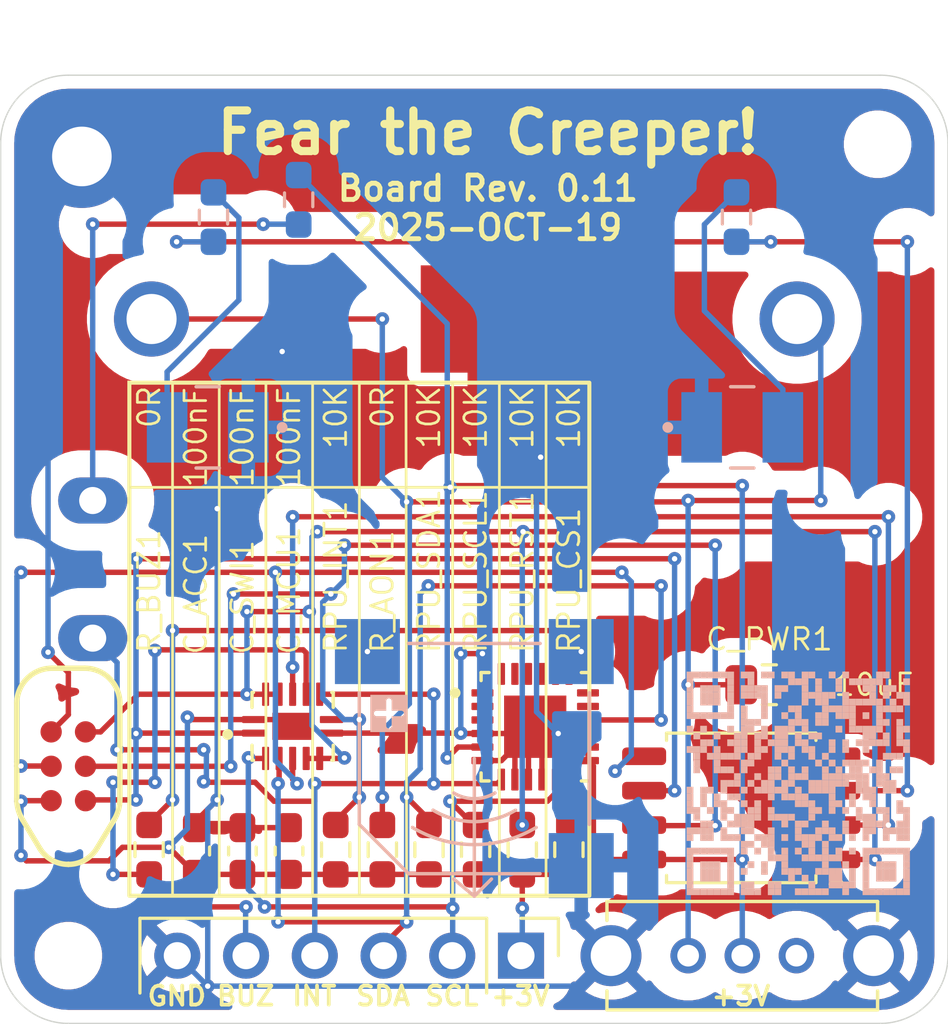
<source format=kicad_pcb>
(kicad_pcb (version 20241229) (generator "pcbnew") (generator_version "9.0")
  (title_block (comment 4 "AISLER Project ID: FABOKNFR"))
  (layers (0 "F.Cu" signal) (2 "B.Cu" signal) (5 "F.SilkS" user "F.Silkscreen") (7 "B.SilkS" user "B.Silkscreen") (1 "F.Mask" user) (3 "B.Mask" user) (25 "Edge.Cuts" user))
  (net 0 "")
  (net 1 "GND")
  (net 2 "/+3V")
  (net 3 "Net-(BT1-+)")
  (net 4 "Net-(D1-A)")
  (net 5 "Net-(D2-A)")
  (net 6 "/INT")
  (net 7 "/SDA_MCU")
  (net 8 "/SCL_MCU")
  (net 9 "/INT_MCU")
  (net 10 "/SCL1")
  (net 11 "/SDA1")
  (net 12 "Net-(U2-CS)")
  (net 14 "/BUZ")
  (net 15 "/LED_MCU")
  (net 16 "/~RESET")
  (net 17 "Net-(BZ1-Pad1)")
  (net 19 "/BUZ_MCU")
  (net 20 "Net-(RPU_SVS1-Pad1)")
  (footprint "creeper:R_0603_1608Metric_Pad0.98x0.95mm_HandSolder" (layer "F.Cu") (at 115.825 78.5875 90)
    (property "Reference" "RPU_SDA1")
    (property "Value" "10K")
  )
  (footprint "creeper:C_0603_1608Metric_Pad1.08x0.95mm_HandSolder" (layer "F.Cu") (at 108.931667 78.6375 90)
    (property "Reference" "C_SWI1")
    (property "Value" "100nF")
  )
  (footprint "creeper:BAT_3005" (layer "F.Cu") (at 117.5 59 180)
    (property "Reference" "BT1" (hide yes))
    (property "Value" "3005" (hide yes))
  )
  (footprint "creeper:SW_EG1213" (layer "F.Cu") (at 127.4 82.5 180)
    (property "Reference" "SW1" (hide yes))
    (property "Value" "EG1213" (hide yes))
  )
  (footprint "creeper:IIS328DQTR_QFN50P400X400X185-25N" (layer "F.Cu") (at 119.75 74.05)
    (property "Reference" "U2" (hide yes))
    (property "Value" "IIS328DQTR" (hide yes))
  )
  (footprint "creeper:R_0603_1608Metric_Pad0.98x0.95mm_HandSolder" (layer "F.Cu") (at 105.485 78.5875 90)
    (property "Reference" "R_BUZ1")
    (property "Value" "0R")
  )
  (footprint "creeper:R_0603_1608Metric_Pad0.98x0.95mm_HandSolder" (layer "F.Cu") (at 114.101667 78.5875 90)
    (property "Reference" "R_AON1")
    (property "Value" "0R")
  )
  (footprint "PCM_marbastlib-various:CON_TC2030_outlined" (layer "F.Cu") (at 102.5 75.51 90)
    (property "Reference" "J1" (hide yes))
    (property "Value" "TC2030_AVR" (hide yes))
  )
  (footprint "creeper:C_0805_2012Metric_Pad1.18x1.45mm_HandSolder" (layer "F.Cu") (at 128.4 72.5)
    (property "Reference" "C_PWR1")
    (property "Value" "10uF")
  )
  (footprint "creeper:R_0603_1608Metric_Pad0.98x0.95mm_HandSolder" (layer "F.Cu") (at 112.378333 78.5875 -90)
    (property "Reference" "RPU_INT1")
    (property "Value" "10K")
  )
  (footprint "creeper:SOIC-8_5.3x5.3mm_P1.27mm" (layer "F.Cu") (at 127.3625 77.045 180)
    (property "Reference" "U1" (hide yes))
    (property "Value" "ATtiny85V-10SU" (hide yes))
  )
  (footprint "creeper:QFN50P300X250X100-15N" (layer "F.Cu") (at 110.7875 74.035 90)
    (property "Reference" "U3" (hide yes))
    (property "Value" "~" (hide yes))
  )
  (footprint "creeper:PinHeader_1x06_P2.54mm_Vertical" (layer "F.Cu") (at 119.225 82.5 -90)
    (property "Reference" "J2" (hide yes))
    (property "Value" "Conn_01x06_Pin" (hide yes))
  )
  (footprint "creeper:R_0603_1608Metric_Pad0.98x0.95mm_HandSolder" (layer "F.Cu") (at 117.548333 78.5875 90)
    (property "Reference" "RPU_SCL1")
    (property "Value" "10K")
  )
  (footprint "creeper:C_0603_1608Metric_Pad1.08x0.95mm_HandSolder" (layer "F.Cu") (at 110.655 78.6375 90)
    (property "Reference" "C_MCU1")
    (property "Value" "100nF")
  )
  (footprint "MountingHole:MountingHole_2.2mm_M2_DIN965" (layer "F.Cu") (at 102.5 82.5)
    (property "Reference" "REF**1" (hide yes))
    (property "Value" "MountingHole_2.2mm_M2_DIN965" (hide yes))
  )
  (footprint "MountingHole:MountingHole_2.2mm_M2_DIN965" (layer "F.Cu") (at 132.4 52.55)
    (property "Reference" "REF**2" (hide yes))
    (property "Value" "MountingHole_2.2mm_M2_DIN965" (hide yes))
  )
  (footprint "creeper:R_0603_1608Metric_Pad0.98x0.95mm_HandSolder" (layer "F.Cu") (at 120.995 78.5875 -90)
    (property "Reference" "RPU_CS1")
    (property "Value" "10K")
  )
  (footprint "creeper:R_0603_1608Metric_Pad0.98x0.95mm_HandSolder" (layer "F.Cu") (at 119.271667 78.5875 90)
    (property "Reference" "RPU_RST1")
    (property "Value" "10K")
  )
  (footprint "creeper:C_0603_1608Metric_Pad1.08x0.95mm_HandSolder" (layer "F.Cu") (at 107.208333 78.6375 90)
    (property "Reference" "C_ACC1")
    (property "Value" "100nF")
  )
  (footprint "MountingHole:MountingHole_2.2mm_M2_DIN965_Pad_TopBottom" (layer "F.Cu") (at 103 53 180)
    (property "Reference" "REF**" (hide yes))
    (property "Value" "MountingHole_2.2mm_M2_DIN965_Pad_TopBottom" (hide yes))
  )
  (footprint "creeper:R_0603_1608Metric_Pad0.98x0.95mm_HandSolder" (layer "B.Cu") (at 127.1875 55.2375 -90)
    (property "Reference" "R_LED1" (hide yes))
    (property "Value" "100R" (hide yes))
  )
  (footprint "creeper:github_jkorinth-fear_the_creeper" (layer "B.Cu") (at 129.47 76.14)
    (property "Reference" "QR*****" (hide yes))
    (property "Value" "https://github.com/jkorinth/fear_the_creeper" (hide yes))
  )
  (footprint "creeper:SW_180xxP_Spring_Vibration_Sensor" (layer "B.Cu") (at 103.4 68.24)
    (property "Reference" "SVS1" (hide yes))
    (property "Value" "SW_Push" (hide yes))
  )
  (footprint "creeper:R_0603_1608Metric_Pad0.98x0.95mm_HandSolder" (layer "B.Cu") (at 111.01 54.6 90)
    (property "Reference" "RPU_SVS1" (hide yes))
    (property "Value" "10K" (hide yes))
  )
  (footprint "creeper:R_0603_1608Metric_Pad0.98x0.95mm_HandSolder" (layer "B.Cu") (at 107.8625 55.2375 -90)
    (property "Reference" "R_LED2" (hide yes))
    (property "Value" "100R" (hide yes))
  )
  (footprint "creeper:LED_LG_T671-L2N1-1-Z" (layer "B.Cu") (at 127.4 63)
    (property "Reference" "D1" (hide yes))
    (property "Value" "LED" (hide yes))
  )
  (footprint "creeper:XDCR_SMT-0825-S-2-R" (layer "B.Cu") (at 117.5 75.225 -90)
    (property "Reference" "BZ1" (hide yes))
    (property "Value" "~" (hide yes))
  )
  (footprint "creeper:LED_LG_T671-L2N1-1-Z" (layer "B.Cu") (at 107.65 63 180)
    (property "Reference" "D2" (hide yes))
    (property "Value" "LED" (hide yes))
  )
  (gr_line (start 120.15 80.3) (end 120.15 61.35) (stroke (width 0.1)) (layer "F.SilkS"))
  (gr_line (start 111.525 80.3) (end 111.525 61.35) (stroke (width 0.1)) (layer "F.SilkS"))
  (gr_line (start 109.8 80.3) (end 109.8 61.35) (stroke (width 0.1)) (layer "F.SilkS"))
  (gr_line (start 106.35 80.3) (end 106.35 61.35) (stroke (width 0.1)) (layer "F.SilkS"))
  (gr_line (start 115 80.3) (end 114.975 61.35) (stroke (width 0.1)) (layer "F.SilkS"))
  (gr_line (start 118.425 80.3) (end 118.425 61.35) (stroke (width 0.1)) (layer "F.SilkS"))
  (gr_line (start 116.7 80.3) (end 116.7 61.35) (stroke (width 0.1)) (layer "F.SilkS"))
  (gr_line (start 113.2525 80.3) (end 113.2525 61.35) (stroke (width 0.1)) (layer "F.SilkS"))
  (gr_line (start 104.75 65.2125) (end 121.75 65.2125) (stroke (width 0.1)) (layer "F.SilkS"))
  (gr_rect (start 104.755 61.35) (end 121.75 80.2875) (stroke (width 0.15)) (fill no) (layer "F.SilkS"))
  (gr_line (start 108.075 80.3) (end 108.075 61.35) (stroke (width 0.1)) (layer "F.SilkS"))
  (gr_line (start 100 82.5) (end 100 52.5) (stroke (width 0.05)) (layer "Edge.Cuts"))
  (gr_arc (start 132.5 50) (mid 134.267767 50.732233) (end 135 52.5) (stroke (width 0.05)) (layer "Edge.Cuts"))
  (gr_arc (start 102.5 85) (mid 100.732233 84.267767) (end 100 82.5) (stroke (width 0.05)) (layer "Edge.Cuts"))
  (gr_line (start 102.5 50) (end 132.5 50) (stroke (width 0.05)) (layer "Edge.Cuts"))
  (gr_line (start 132.5 85) (end 102.5 85) (stroke (width 0.05)) (layer "Edge.Cuts"))
  (gr_arc (start 100 52.5) (mid 100.732233 50.732233) (end 102.5 50) (stroke (width 0.05)) (layer "Edge.Cuts"))
  (gr_arc (start 135 82.5) (mid 134.267767 84.267767) (end 132.5 85) (stroke (width 0.05)) (layer "Edge.Cuts"))
  (gr_line (start 135 52.5) (end 135 82.5) (stroke (width 0.05)) (layer "Edge.Cuts"))
  (gr_text "+3V" (at 118.05 84.4 0) (layer "F.SilkS") (effects (font (size 0.7 0.7) (thickness 0.14) (bold yes)) (justify left bottom)))
  (gr_text "SDA" (at 113.053334 84.4 0) (layer "F.SilkS") (effects (font (size 0.7 0.7) (thickness 0.14) (bold yes)) (justify left bottom)))
  (gr_text "INT" (at 110.696668 84.4 0) (layer "F.SilkS") (effects (font (size 0.7 0.7) (thickness 0.14) (bold yes)) (justify left bottom)))
  (gr_text "SCL" (at 115.61 84.4 0) (layer "F.SilkS") (effects (font (size 0.7 0.7) (thickness 0.14) (bold yes)) (justify left bottom)))
  (gr_text "BUZ" (at 107.906667 84.4 0) (layer "F.SilkS") (effects (font (size 0.7 0.7) (thickness 0.14) (bold yes)) (justify left bottom)))
  (gr_text "GND" (at 105.350001 84.4 0) (layer "F.SilkS") (effects (font (size 0.7 0.7) (thickness 0.14) (bold yes)) (justify left bottom)))
  (gr_text "Fear the Creeper!" (at 118 53 0) (layer "F.SilkS") (effects (font (size 1.5 1.5) (thickness 0.3) (bold yes)) (justify bottom)))
  (gr_text "+3V" (at 126.193333 84.4 0) (layer "F.SilkS") (effects (font (size 0.7 0.7) (thickness 0.14) (bold yes)) (justify left bottom)))
  (gr_text_box "Board Rev. 0.11\n2025-OCT-19" (start 111.125 52.65) (end 124.875 56.75) (margins 1.0025 1.0025 1.0025 1.0025) (layer "F.SilkS") (effects (font (size 0.9 0.9) (thickness 0.18) (bold yes)) (justify top)) (border no))
  (segment (start 119 76) (end 119 74.8) (width 0.2) (layer "F.Cu") (net 1))
  (segment (start 117.8 74.3) (end 117.015 74.3) (width 0.2) (layer "F.Cu") (net 1))
  (segment (start 120.6 74.3) (end 120 74.3) (width 0.2) (layer "F.Cu") (net 1))
  (segment (start 119 74.8) (end 119.75 74.05) (width 0.2) (layer "F.Cu") (net 1))
  (segment (start 121.7 74.3) (end 120.6 74.3) (width 0.2) (layer "F.Cu") (net 1))
  (segment (start 117.8 71.35) (end 116.96 71.35) (width 0.2) (layer "F.Cu") (net 1))
  (segment (start 102.5 72.05) (end 101.75 71.3) (width 0.2) (layer "F.Cu") (net 1))
  (segment (start 120 76) (end 120 74.3) (width 0.2) (layer "F.Cu") (net 1))
  (segment (start 118.5 75.3) (end 119.75 74.05) (width 0.2) (layer "F.Cu") (net 1))
  (segment (start 107.208333 77.541667) (end 108 76.75) (width 0.2) (layer "F.Cu") (net 1))
  (segment (start 120 74.3) (end 119.75 74.05) (width 0.2) (layer "F.Cu") (net 1))
  (segment (start 119.5 76) (end 119.5 74.3) (width 0.2) (layer "F.Cu") (net 1))
  (segment (start 107.208333 77.775) (end 108.931667 77.775) (width 0.2) (layer "F.Cu") (net 1))
  (segment (start 117.8 75.3) (end 118.5 75.3) (width 0.2) (layer "F.Cu") (net 1))
  (segment (start 101.865 74.24) (end 102.5 73.605) (width 0.2) (layer "F.Cu") (net 1))
  (segment (start 107.208333 77.775) (end 107.208333 77.541667) (width 0.2) (layer "F.Cu") (net 1))
  (segment (start 117.8 74.3) (end 119.5 74.3) (width 0.2) (layer "F.Cu") (net 1))
  (segment (start 119.5 74.3) (end 119.75 74.05) (width 0.2) (layer "F.Cu") (net 1))
  (segment (start 108.931667 77.775) (end 110.655 77.775) (width 0.2) (layer "F.Cu") (net 1))
  (segment (start 117.015 74.3) (end 117 74.285) (width 0.2) (layer "F.Cu") (net 1))
  (segment (start 102.5 73.605) (end 102.5 72.05) (width 0.2) (layer "F.Cu") (net 1))
  (segment (start 117 74.285) (end 112.2225 74.285) (width 0.2) (layer "F.Cu") (net 1))
  (via (at 101.75 71.3) (size 0.5) (drill 0.2) (layers "F.Cu" "B.Cu") (net 1))
  (via (at 117 71.35) (size 0.5) (drill 0.2) (layers "F.Cu" "B.Cu") (net 1))
  (via (at 108 66) (size 0.5) (drill 0.2) (layers "F.Cu" "B.Cu") (net 1))
  (via (at 120.6 74.3) (size 0.5) (drill 0.2) (layers "F.Cu" "B.Cu") (net 1))
  (via (at 119.95 64.1) (size 0.5) (drill 0.2) (layers "F.Cu" "B.Cu") (net 1))
  (via (at 117 74.285) (size 0.5) (drill 0.2) (layers "F.Cu" "B.Cu") (net 1))
  (via (at 107.65 83.625) (size 0.5) (drill 0.2) (layers "F.Cu" "B.Cu") (net 1))
  (via (at 108 76.75) (size 0.5) (drill 0.2) (layers "F.Cu" "B.Cu") (net 1))
  (via (at 110.4 60.2) (size 0.5) (drill 0.2) (layers "F.Cu" "B.Cu") (net 1))
  (via (at 117.8 71.35) (size 0.5) (drill 0.2) (layers "F.Cu" "B.Cu") (net 1))
  (segment (start 117 71.39) (end 117 74.285) (width 0.2) (layer "B.Cu") (net 1))
  (segment (start 101.75 54.25) (end 103 53) (width 0.2) (layer "B.Cu") (net 1))
  (segment (start 108 76.75) (end 107.65 77.1) (width 0.2) (layer "B.Cu") (net 1))
  (segment (start 101.75 71.3) (end 101.75 54.25) (width 0.2) (layer "B.Cu") (net 1))
  (segment (start 116.96 71.35) (end 117 71.39) (width 0.2) (layer "B.Cu") (net 1))
  (segment (start 120.6 74.3) (end 119.8 73.5) (width 0.2) (layer "B.Cu") (net 1))
  (segment (start 119.8 73.5) (end 119.8 64.25) (width 0.2) (layer "B.Cu") (net 1))
  (segment (start 121.425 83.625) (end 122.55 82.5) (width 0.2) (layer "B.Cu") (net 1))
  (segment (start 108 76.75) (end 108 66) (width 0.2) (layer "B.Cu") (net 1))
  (segment (start 107.65 77.1) (end 107.65 83.625) (width 0.2) (layer "B.Cu") (net 1))
  (segment (start 119.8 64.25) (end 119.95 64.1) (width 0.2) (layer "B.Cu") (net 1))
  (segment (start 107.65 83.625) (end 121.425 83.625) (width 0.2) (layer "B.Cu") (net 1))
  (segment (start 106.525 82.5) (end 107.65 83.625) (width 0.2) (layer "B.Cu") (net 1))
  (segment (start 121.9 75.5) (end 121.9 79.5) (width 0.2) (layer "F.Cu") (net 2))
  (segment (start 109.3525 73.785) (end 106.985 73.785) (width 0.2) (layer "F.Cu") (net 2))
  (segment (start 119.271667 80.728333) (end 119.271667 79.5) (width 0.2) (layer "F.Cu") (net 2))
  (segment (start 122.45 78.95) (end 127.4 78.95) (width 0.2) (layer "F.Cu") (net 2))
  (segment (start 116.9 74.8) (end 117.8 74.8) (width 0.2) (layer "F.Cu") (net 2))
  (segment (start 110.655 79.5) (end 112.378333 79.5) (width 0.2) (layer "F.Cu") (net 2))
  (segment (start 107.208333 79.5) (end 108.931667 79.5) (width 0.2) (layer "F.Cu") (net 2))
  (segment (start 119.271667 79.5) (end 120.995 79.5) (width 0.2) (layer "F.Cu") (net 2))
  (segment (start 116.671543 65.15) (end 116.61 65.211543) (width 0.2) (layer "F.Cu") (net 2))
  (segment (start 100.77 76.78) (end 100.75 76.8) (width 0.2) (layer "F.Cu") (net 2))
  (segment (start 121.7 75.3) (end 121.7 74.8) (width 0.2) (layer "F.Cu") (net 2))
  (segment (start 117.548333 79.5) (end 119.271667 79.5) (width 0.2) (layer "F.Cu") (net 2))
  (segment (start 121.9 79.5) (end 122.45 78.95) (width 0.2) (layer "F.Cu") (net 2))
  (segment (start 109.3525 73.785) (end 110.5375 73.785) (width 0.2) (layer "F.Cu") (net 2))
  (segment (start 112.378333 79.5) (end 114.101667 79.5) (width 0.2) (layer "F.Cu") (net 2))
  (segment (start 104.5 78.5) (end 106.208333 78.5) (width 0.2) (layer "F.Cu") (net 2))
  (segment (start 120.995 79.5) (end 121.9 79.5) (width 0.2) (layer "F.Cu") (net 2))
  (segment (start 121.7 75.3) (end 121.9 75.5) (width 0.2) (layer "F.Cu") (net 2))
  (segment (start 116.5 75.2) (end 116.9 74.8) (width 0.2) (layer "F.Cu") (net 2))
  (segment (start 108.931667 79.5) (end 110.655 79.5) (width 0.2) (layer "F.Cu") (net 2))
  (segment (start 106.985 73.785) (end 106.9 73.7) (width 0.2) (layer "F.Cu") (net 2))
  (segment (start 106.208333 78.5) (end 107.208333 79.5) (width 0.2) (layer "F.Cu") (net 2))
  (segment (start 100.95 79) (end 104 79) (width 0.2) (layer "F.Cu") (net 2))
  (segment (start 115.825 79.5) (end 117.548333 79.5) (width 0.2) (layer "F.Cu") (net 2))
  (segment (start 110.5375 73.785) (end 110.7875 74.035) (width 0.2) (layer "F.Cu") (net 2))
  (segment (start 104 79) (end 104.5 78.5) (width 0.2) (layer "F.Cu") (net 2))
  (segment (start 114.101667 79.5) (end 115.825 79.5) (width 0.2) (layer "F.Cu") (net 2))
  (segment (start 100.75 78.8) (end 100.95 79) (width 0.2) (layer "F.Cu") (net 2))
  (segment (start 101.865 76.78) (end 100.77 76.78) (width 0.2) (layer "F.Cu") (net 2))
  (segment (start 127.4 65.15) (end 116.671543 65.15) (width 0.2) (layer "F.Cu") (net 2))
  (via (at 127.4 65.15) (size 0.5) (drill 0.2) (layers "F.Cu" "B.Cu") (net 2))
  (via (at 127.4 78.95) (size 0.5) (drill 0.2) (layers "F.Cu" "B.Cu") (net 2))
  (via (at 100.75 76.8) (size 0.5) (drill 0.2) (layers "F.Cu" "B.Cu") (net 2))
  (via (at 106.208333 78.5) (size 0.5) (drill 0.2) (layers "F.Cu" "B.Cu") (net 2))
  (via (at 116.5 75.2) (size 0.5) (drill 0.2) (layers "F.Cu" "B.Cu") (net 2))
  (via (at 106.9 73.7) (size 0.5) (drill 0.2) (layers "F.Cu" "B.Cu") (net 2))
  (via (at 100.75 78.8) (size 0.5) (drill 0.2) (layers "F.Cu" "B.Cu") (net 2))
  (via (at 119.271667 80.75) (size 0.5) (drill 0.2) (layers "F.Cu" "B.Cu") (net 2))
  (via (at 116.61 65.211543) (size 0.5) (drill 0.2) (layers "F.Cu" "B.Cu") (net 2))
  (segment (start 106.9 73.7) (end 106.9 77.808333) (width 0.2) (layer "B.Cu") (net 2))
  (segment (start 119.271667 82.453333) (end 119.271667 80.771667) (width 0.2) (layer "B.Cu") (net 2))
  (segment (start 127.4 65.15) (end 127.4 82.5) (width 0.2) (layer "B.Cu") (net 2))
  (segment (start 106.9 77.808333) (end 106.208333 78.5) (width 0.2) (layer "B.Cu") (net 2))
  (segment (start 116.462 65.150326) (end 116.548783 65.150326) (width 0.2) (layer "B.Cu") (net 2))
  (segment (start 100.75 78.75) (end 100.8 78.8) (width 0.2) (layer "B.Cu") (net 2))
  (segment (start 116.548783 65.150326) (end 116.61 65.211543) (width 0.2) (layer "B.Cu") (net 2))
  (segment (start 119.271667 80.771667) (end 119.25 80.75) (width 0.2) (layer "B.Cu") (net 2))
  (segment (start 119.225 82.5) (end 119.271667 82.453333) (width 0.2) (layer "B.Cu") (net 2))
  (segment (start 111.01 53.6875) (end 116.5 59.1775) (width 0.2) (layer "B.Cu") (net 2))
  (segment (start 116.5 59.1775) (end 116.5 75.2) (width 0.2) (layer "B.Cu") (net 2))
  (segment (start 100.75 76.8) (end 100.75 78.75) (width 0.2) (layer "B.Cu") (net 2))
  (segment (start 114.101667 77.675) (end 114.101667 76.651667) (width 0.2) (layer "F.Cu") (net 3))
  (segment (start 105.575 59) (end 114.1 59) (width 0.2) (layer "F.Cu") (net 3))
  (segment (start 125.4 65.7) (end 130.3 65.7) (width 0.2) (layer "F.Cu") (net 3))
  (segment (start 125.4 72.5) (end 127.3625 72.5) (width 0.2) (layer "F.Cu") (net 3))
  (segment (start 114.101667 76.651667) (end 114.1 76.65) (width 0.2) (layer "F.Cu") (net 3))
  (segment (start 125.35 65.75) (end 115 65.75) (width 0.2) (layer "F.Cu") (net 3))
  (segment (start 125.4 65.7) (end 125.35 65.75) (width 0.2) (layer "F.Cu") (net 3))
  (via (at 125.4 72.5) (size 0.5) (drill 0.2) (layers "F.Cu" "B.Cu") (net 3))
  (via (at 114.1 59) (size 0.5) (drill 0.2) (layers "F.Cu" "B.Cu") (net 3))
  (via (at 130.3 65.7) (size 0.5) (drill 0.2) (layers "F.Cu" "B.Cu") (net 3))
  (via (at 115 65.75) (size 0.5) (drill 0.2) (layers "F.Cu" "B.Cu") (net 3))
  (via (at 114.1 76.65) (size 0.5) (drill 0.2) (layers "F.Cu" "B.Cu") (net 3))
  (via (at 125.4 65.7) (size 0.5) (drill 0.2) (layers "F.Cu" "B.Cu") (net 3))
  (segment (start 115 65.75) (end 114.1 64.85) (width 0.2) (layer "B.Cu") (net 3))
  (segment (start 130.3 65.7) (end 130.3 59.875) (width 0.2) (layer "B.Cu") (net 3))
  (segment (start 115.1 73.2) (end 114.1 74.2) (width 0.2) (layer "B.Cu") (net 3))
  (segment (start 114.1 64.85) (end 114.1 59) (width 0.2) (layer "B.Cu") (net 3))
  (segment (start 115 65.75) (end 115.1 65.85) (width 0.2) (layer "B.Cu") (net 3))
  (segment (start 130.3 59.875) (end 129.425 59) (width 0.2) (layer "B.Cu") (net 3))
  (segment (start 125.4 82.5) (end 125.4 65.7) (width 0.2) (layer "B.Cu") (net 3))
  (segment (start 114.1 74.2) (end 114.1 76.65) (width 0.2) (layer "B.Cu") (net 3))
  (segment (start 115.1 65.85) (end 115.1 73.2) (width 0.2) (layer "B.Cu") (net 3))
  (segment (start 128.9 61.6) (end 128.9 63) (width 0.2) (layer "B.Cu") (net 4))
  (segment (start 127.1875 54.325) (end 126 55.5125) (width 0.2) (layer "B.Cu") (net 4))
  (segment (start 126 55.5125) (end 126 58.7) (width 0.2) (layer "B.Cu") (net 4))
  (segment (start 126 58.7) (end 128.9 61.6) (width 0.2) (layer "B.Cu") (net 4))
  (segment (start 108.8 55.2625) (end 108.8 58.3) (width 0.2) (layer "B.Cu") (net 5))
  (segment (start 106.15 60.95) (end 106.15 63) (width 0.2) (layer "B.Cu") (net 5))
  (segment (start 108.8 58.3) (end 106.15 60.95) (width 0.2) (layer "B.Cu") (net 5))
  (segment (start 107.8625 54.325) (end 108.8 55.2625) (width 0.2) (layer "B.Cu") (net 5))
  (segment (start 111.7875 72.85) (end 116 72.85) (width 0.2) (layer "F.Cu") (net 6))
  (segment (start 110.1 76.8) (end 111.6 76.8) (width 0.2) (layer "F.Cu") (net 6))
  (segment (start 111.6 76.155) (end 111.605 76.15) (width 0.2) (layer "F.Cu") (net 6))
  (segment (start 111.55 76.15) (end 116 76.15) (width 0.2) (layer "F.Cu") (net 6))
  (segment (start 111.6 76.8) (end 111.6 76.155) (width 0.2) (layer "F.Cu") (net 6))
  (segment (start 107.7 76.1) (end 109.4 76.1) (width 0.2) (layer "F.Cu") (net 6))
  (segment (start 109.4 76.1) (end 110.1 76.8) (width 0.2) (layer "F.Cu") (net 6))
  (segment (start 107.5 74.9) (end 104.3 74.9) (width 0.2) (layer "F.Cu") (net 6))
  (segment (start 116 76.15) (end 118.35 76.15) (width 0.2) (layer "F.Cu") (net 6))
  (segment (start 118.35 76.15) (end 118.5 76) (width 0.2) (layer "F.Cu") (net 6))
  (via (at 111.605 76.15) (size 0.5) (drill 0.2) (layers "F.Cu" "B.Cu") (net 6))
  (via (at 104.3 74.9) (size 0.5) (drill 0.2) (layers "F.Cu" "B.Cu") (net 6))
  (via (at 107.5 76.078732) (size 0.5) (drill 0.2) (layers "F.Cu" "B.Cu") (net 6))
  (via (at 116 72.85) (size 0.5) (drill 0.2) (layers "F.Cu" "B.Cu") (net 6))
  (via (at 107.5 74.9) (size 0.5) (drill 0.2) (layers "F.Cu" "B.Cu") (net 6))
  (via (at 116 76.15) (size 0.5) (drill 0.2) (layers "F.Cu" "B.Cu") (net 6))
  (segment (start 104.3 71.68) (end 104.3 74.9) (width 0.2) (layer "B.Cu") (net 6))
  (segment (start 116 72.85) (end 116 76.15) (width 0.2) (layer "B.Cu") (net 6))
  (segment (start 111.605 76.205) (end 111.55 76.15) (width 0.2) (layer "B.Cu") (net 6))
  (segment (start 103.4 70.78) (end 104.3 71.68) (width 0.2) (layer "B.Cu") (net 6))
  (segment (start 107.6 76.2) (end 107.6 75) (width 0.2) (layer "B.Cu") (net 6))
  (segment (start 111.605 82.5) (end 111.605 76.205) (width 0.2) (layer "B.Cu") (net 6))
  (segment (start 107.6 75) (end 107.5 74.9) (width 0.2) (layer "B.Cu") (net 6))
  (segment (start 123.25 75.14) (end 123.775 75.14) (width 0.2) (layer "F.Cu") (net 7))
  (segment (start 110.95 76.15) (end 110.95 76.1) (width 0.2) (layer "F.Cu") (net 7))
  (segment (start 110.15 68.35) (end 122.95 68.35) (width 0.2) (layer "F.Cu") (net 7))
  (segment (start 100.75 68.35) (end 110.15 68.35) (width 0.2) (layer "F.Cu") (net 7))
  (segment (start 110.7875 75.9875) (end 110.95 76.15) (width 0.2) (layer "F.Cu") (net 7))
  (segment (start 101.855 75.5) (end 101.865 75.51) (width 0.2) (layer "F.Cu") (net 7))
  (segment (start 122.7 75.69) (end 123.25 75.14) (width 0.2) (layer "F.Cu") (net 7))
  (segment (start 110.7875 75.22) (end 110.7875 75.9875) (width 0.2) (layer "F.Cu") (net 7))
  (segment (start 100.75 75.5) (end 101.855 75.5) (width 0.2) (layer "F.Cu") (net 7))
  (via (at 122.7 75.69) (size 0.5) (drill 0.2) (layers "F.Cu" "B.Cu") (net 7))
  (via (at 122.95 68.35) (size 0.5) (drill 0.2) (layers "F.Cu" "B.Cu") (net 7))
  (via (at 100.75 75.5) (size 0.5) (drill 0.2) (layers "F.Cu" "B.Cu") (net 7))
  (via (at 110.15 68.35) (size 0.5) (drill 0.2) (layers "F.Cu" "B.Cu") (net 7))
  (via (at 100.75 68.35) (size 0.5) (drill 0.2) (layers "F.Cu" "B.Cu") (net 7))
  (via (at 110.95 76.15) (size 0.5) (drill 0.2) (layers "F.Cu" "B.Cu") (net 7))
  (segment (start 100.75 68.35) (end 100.6 68.5) (width 0.2) (layer "B.Cu") (net 7))
  (segment (start 110.95 76.1) (end 110.15 75.3) (width 0.2) (layer "B.Cu") (net 7))
  (segment (start 123.3 75.09) (end 122.7 75.69) (width 0.2) (layer "B.Cu") (net 7))
  (segment (start 123.3 68.7) (end 123.3 75.09) (width 0.2) (layer "B.Cu") (net 7))
  (segment (start 100.6 75.35) (end 100.75 75.5) (width 0.2) (layer "B.Cu") (net 7))
  (segment (start 100.6 68.5) (end 100.6 75.35) (width 0.2) (layer "B.Cu") (net 7))
  (segment (start 122.95 68.35) (end 123.3 68.7) (width 0.2) (layer "B.Cu") (net 7))
  (segment (start 110.15 75.3) (end 110.15 68.35) (width 0.2) (layer "B.Cu") (net 7))
  (segment (start 124.89 76.41) (end 123.775 76.41) (width 0.2) (layer "F.Cu") (net 8))
  (segment (start 124.9 67.85) (end 105 67.85) (width 0.2) (layer "F.Cu") (net 8))
  (segment (start 105.015 74.285) (end 105 74.3) (width 0.2) (layer "F.Cu") (net 8))
  (segment (start 103.165 76.75) (end 103.135 76.78) (width 0.2) (layer "F.Cu") (net 8))
  (segment (start 105 76.75) (end 103.165 76.75) (width 0.2) (layer "F.Cu") (net 8))
  (segment (start 109.3525 74.285) (end 105.015 74.285) (width 0.2) (layer "F.Cu") (net 8))
  (via (at 124.9 67.85) (size 0.5) (drill 0.2) (layers "F.Cu" "B.Cu") (net 8))
  (via (at 124.9 76.41) (size 0.5) (drill 0.2) (layers "F.Cu" "B.Cu") (net 8))
  (via (at 105 76.75) (size 0.5) (drill 0.2) (layers "F.Cu" "B.Cu") (net 8))
  (via (at 105 74.3) (size 0.5) (drill 0.2) (layers "F.Cu" "B.Cu") (net 8))
  (via (at 105 67.85) (size 0.5) (drill 0.2) (layers "F.Cu" "B.Cu") (net 8))
  (segment (start 105 74.3) (end 105 76.75) (width 0.2) (layer "B.Cu") (net 8))
  (segment (start 124.9 76.4) (end 124.9 67.85) (width 0.2) (layer "B.Cu") (net 8))
  (segment (start 105 67.85) (end 105 74.3) (width 0.2) (layer "B.Cu") (net 8))
  (segment (start 123.8125 77.7) (end 126.37 77.7) (width 0.2) (layer "F.Cu") (net 9))
  (segment (start 112.378333 77.675) (end 112.378333 77.521667) (width 0.2) (layer "F.Cu") (net 9))
  (segment (start 103.135 75.51) (end 108.5 75.51) (width 0.2) (layer "F.Cu") (net 9))
  (segment (start 112.378333 77.521667) (end 113.25 76.65) (width 0.2) (layer "F.Cu") (net 9))
  (segment (start 112.2225 73.785) (end 112.652499 73.785) (width 0.2) (layer "F.Cu") (net 9))
  (segment (start 112.652499 73.785) (end 113.25 73.785) (width 0.2) (layer "F.Cu") (net 9))
  (segment (start 112.7 67.35) (end 126.4 67.35) (width 0.2) (layer "F.Cu") (net 9))
  (segment (start 112.2 69.15) (end 108.6 69.15) (width 0.2) (layer "F.Cu") (net 9))
  (via (at 112.7 67.35) (size 0.5) (drill 0.2) (layers "F.Cu" "B.Cu") (net 9))
  (via (at 108.6 69.15) (size 0.5) (drill 0.2) (layers "F.Cu" "B.Cu") (net 9))
  (via (at 113.25 76.65) (size 0.5) (drill 0.2) (layers "F.Cu" "B.Cu") (net 9))
  (via (at 112.2 69.15) (size 0.5) (drill 0.2) (layers "F.Cu" "B.Cu") (net 9))
  (via (at 108.5 75.51) (size 0.5) (drill 0.2) (layers "F.Cu" "B.Cu") (net 9))
  (via (at 126.4 77.7) (size 0.5) (drill 0.2) (layers "F.Cu" "B.Cu") (net 9))
  (via (at 126.4 67.35) (size 0.5) (drill 0.2) (layers "F.Cu" "B.Cu") (net 9))
  (via (at 113.25 73.785) (size 0.5) (drill 0.2) (layers "F.Cu" "B.Cu") (net 9))
  (segment (start 112.2 69.15) (end 111.9 69.45) (width 0.2) (layer "B.Cu") (net 9))
  (segment (start 112.7 68.65) (end 112.7 67.35) (width 0.2) (layer "B.Cu") (net 9))
  (segment (start 108.6 69.15) (end 108.5 69.25) (width 0.2) (layer "B.Cu") (net 9))
  (segment (start 126.4 77.7) (end 126.4 67.35) (width 0.2) (layer "B.Cu") (net 9))
  (segment (start 113.25 73.785) (end 113.25 76.85) (width 0.2) (layer "B.Cu") (net 9))
  (segment (start 112.2 69.15) (end 112.7 68.65) (width 0.2) (layer "B.Cu") (net 9))
  (segment (start 111.9 73) (end 112.685 73.785) (width 0.2) (layer "B.Cu") (net 9))
  (segment (start 108.5 69.25) (end 108.5 75.51) (width 0.2) (layer "B.Cu") (net 9))
  (segment (start 111.9 69.45) (end 111.9 73) (width 0.2) (layer "B.Cu") (net 9))
  (segment (start 112.685 73.785) (end 113.25 73.785) (width 0.2) (layer "B.Cu") (net 9))
  (segment (start 109.7875 75.22) (end 109.17945 75.22) (width 0.2) (layer "F.Cu") (net 10))
  (segment (start 117.548333 77.675) (end 117.475 77.675) (width 0.2) (layer "F.Cu") (net 10))
  (segment (start 116.7 80.75) (end 116.65 80.7) (width 0.2) (layer "F.Cu") (net 10))
  (segment (start 109.17945 75.22) (end 109.155975 75.196525) (width 0.2) (layer "F.Cu") (net 10))
  (segment (start 120.5 76) (end 120.5 76.5) (width 0.2) (layer "F.Cu") (net 10))
  (segment (start 117.475 77.675) (end 116.6 76.8) (width 0.2) (layer "F.Cu") (net 10))
  (segment (start 120.2 76.8) (end 116.6 76.8) (width 0.2) (layer "F.Cu") (net 10))
  (segment (start 120.5 76.5) (end 120.2 76.8) (width 0.2) (layer "F.Cu") (net 10))
  (segment (start 116.65 80.7) (end 109.75 80.7) (width 0.2) (layer "F.Cu") (net 10))
  (via (at 109.155975 75.196525) (size 0.5) (drill 0.2) (layers "F.Cu" "B.Cu") (net 10))
  (via (at 116.6 76.8) (size 0.5) (drill 0.2) (layers "F.Cu" "B.Cu") (net 10))
  (via (at 116.7 80.75) (size 0.5) (drill 0.2) (layers "F.Cu" "B.Cu") (net 10))
  (via (at 109.75 80.7) (size 0.5) (drill 0.2) (layers "F.Cu" "B.Cu") (net 10))
  (segment (start 116.7 82.485) (end 116.685 82.5) (width 0.2) (layer "B.Cu") (net 10))
  (segment (start 109.15 80.05) (end 109.15 75.2025) (width 0.2) (layer "B.Cu") (net 10))
  (segment (start 109.75 80.65) (end 109.15 80.05) (width 0.2) (layer "B.Cu") (net 10))
  (segment (start 116.7 76.9) (end 116.6 76.8) (width 0.2) (layer "B.Cu") (net 10))
  (segment (start 116.7 80.75) (end 116.7 76.9) (width 0.2) (layer "B.Cu") (net 10))
  (segment (start 109.75 80.7) (end 109.75 80.65) (width 0.2) (layer "B.Cu") (net 10))
  (segment (start 116.7 80.75) (end 116.7 82.485) (width 0.2) (layer "B.Cu") (net 10))
  (segment (start 109.15 75.2025) (end 109.155975 75.196525) (width 0.2) (layer "B.Cu") (net 10))
  (segment (start 115.8 68.85) (end 124.4 68.85) (width 0.2) (layer "F.Cu") (net 11))
  (segment (start 124.35 73.8) (end 121.7 73.8) (width 0.2) (layer "F.Cu") (net 11))
  (segment (start 115.825 77.475) (end 115.825 77.675) (width 0.2) (layer "F.Cu") (net 11))
  (segment (start 114.145 82.105) (end 115 81.25) (width 0.2) (layer "F.Cu") (net 11))
  (segment (start 110.2875 76.1125) (end 110.25 76.15) (width 0.2) (layer "F.Cu") (net 11))
  (segment (start 115 76.65) (end 115.825 77.475) (width 0.2) (layer "F.Cu") (net 11))
  (segment (start 110.25 81.25) (end 115 81.25) (width 0.2) (layer "F.Cu") (net 11))
  (segment (start 114.145 82.5) (end 114.145 82.105) (width 0.2) (layer "F.Cu") (net 11))
  (segment (start 110.2875 75.22) (end 110.2875 76.1125) (width 0.2) (layer "F.Cu") (net 11))
  (via (at 110.25 76.15) (size 0.5) (drill 0.2) (layers "F.Cu" "B.Cu") (net 11))
  (via (at 110.25 81.25) (size 0.5) (drill 0.2) (layers "F.Cu" "B.Cu") (net 11))
  (via (at 115.8 68.85) (size 0.5) (drill 0.2) (layers "F.Cu" "B.Cu") (net 11))
  (via (at 115 81.25) (size 0.5) (drill 0.2) (layers "F.Cu" "B.Cu") (net 11))
  (via (at 115 76.65) (size 0.5) (drill 0.2) (layers "F.Cu" "B.Cu") (net 11))
  (via (at 124.4 73.8) (size 0.5) (drill 0.2) (layers "F.Cu" "B.Cu") (net 11))
  (via (at 124.4 68.85) (size 0.5) (drill 0.2) (layers "F.Cu" "B.Cu") (net 11))
  (segment (start 115.5 69.15) (end 115.8 68.85) (width 0.2) (layer "B.Cu") (net 11))
  (segment (start 110.25 76.15) (end 110.25 81.35) (width 0.2) (layer "B.Cu") (net 11))
  (segment (start 124.4 68.85) (end 124.4 73.75) (width 0.2) (layer "B.Cu") (net 11))
  (segment (start 115 76.65) (end 115 76.094974) (width 0.2) (layer "B.Cu") (net 11))
  (segment (start 115 81.25) (end 115 76.65) (width 0.2) (layer "B.Cu") (net 11))
  (segment (start 115.5 75.594974) (end 115.5 69.15) (width 0.2) (layer "B.Cu") (net 11))
  (segment (start 115 76.094974) (end 115.5 75.594974) (width 0.2) (layer "B.Cu") (net 11))
  (segment (start 120.995 77.675) (end 120.995 77.012107) (width 0.2) (layer "F.Cu") (net 12))
  (segment (start 120.995 77.012107) (end 121 77.007107) (width 0.2) (layer "F.Cu") (net 12))
  (segment (start 121 77.007107) (end 121 76) (width 0.2) (layer "F.Cu") (net 12))
  (segment (start 111.2875 71.321934) (end 111.2875 72.85) (width 0.2) (layer "F.Cu") (net 14))
  (segment (start 111.177066 71.2115) (end 111.2875 71.321934) (width 0.2) (layer "F.Cu") (net 14))
  (segment (start 109.065 80.7) (end 106.685 80.7) (width 0.2) (layer "F.Cu") (net 14))
  (segment (start 106.685 80.7) (end 105.485 79.5) (width 0.2) (layer "F.Cu") (net 14))
  (segment (start 105.684434 71.25) (end 105.722934 71.2115) (width 0.2) (layer "F.Cu") (net 14))
  (segment (start 105.722934 71.2115) (end 111.177066 71.2115) (width 0.2) (layer "F.Cu") (net 14))
  (segment (start 104.15 76.1) (end 105.7 76.1) (width 0.2) (layer "F.Cu") (net 14))
  (segment (start 104.15 79.5) (end 105.485 79.5) (width 0.2) (layer "F.Cu") (net 14))
  (via (at 104.15 76.1) (size 0.5) (drill 0.2) (layers "F.Cu" "B.Cu") (net 14))
  (via (at 109.065 80.7) (size 0.5) (drill 0.2) (layers "F.Cu" "B.Cu") (net 14))
  (via (at 104.15 79.5) (size 0.5) (drill 0.2) (layers "F.Cu" "B.Cu") (net 14))
  (via (at 105.7 71.234434) (size 0.5) (drill 0.2) (layers "F.Cu" "B.Cu") (net 14))
  (via (at 105.7 76.1) (size 0.5) (drill 0.2) (layers "F.Cu" "B.Cu") (net 14))
  (segment (start 109.05 82.485) (end 109.065 82.5) (width 0.2) (layer "B.Cu") (net 14))
  (segment (start 105.7 76.1) (end 105.7 71.234434) (width 0.2) (layer "B.Cu") (net 14))
  (segment (start 104.15 79.5) (end 104.15 76.1) (width 0.2) (layer "B.Cu") (net 14))
  (segment (start 109.05 80.7) (end 109.05 82.485) (width 0.2) (layer "B.Cu") (net 14))
  (segment (start 133.49 76.41) (end 130.95 76.41) (width 0.2) (layer "F.Cu") (net 15))
  (segment (start 106.5 56.15) (end 133.5 56.15) (width 0.2) (layer "F.Cu") (net 15))
  (via (at 133.5 76.41) (size 0.5) (drill 0.2) (layers "F.Cu" "B.Cu") (net 15))
  (via (at 106.5 56.15) (size 0.5) (drill 0.2) (layers "F.Cu" "B.Cu") (net 15))
  (via (at 128.45 56.15) (size 0.5) (drill 0.2) (layers "F.Cu" "B.Cu") (net 15))
  (via (at 133.5 56.15) (size 0.5) (drill 0.2) (layers "F.Cu" "B.Cu") (net 15))
  (segment (start 107.8625 56.15) (end 106.5 56.15) (width 0.2) (layer "B.Cu") (net 15))
  (segment (start 133.5 76.4) (end 133.5 56.15) (width 0.2) (layer "B.Cu") (net 15))
  (segment (start 128.45 56.15) (end 127.1875 56.15) (width 0.2) (layer "B.Cu") (net 15))
  (segment (start 119.271667 77.675) (end 119.271667 77.675002) (width 0.2) (layer "F.Cu") (net 16))
  (segment (start 105.081775 72.85) (end 109.1 72.85) (width 0.2) (layer "F.Cu") (net 16))
  (segment (start 109.1 72.85) (end 110.2875 72.85) (width 0.2) (layer "F.Cu") (net 16))
  (segment (start 132.3 66.85) (end 119.3 66.85) (width 0.2) (layer "F.Cu") (net 16))
  (segment (start 111.7875 75.22) (end 112.68 75.22) (width 0.2) (layer "F.Cu") (net 16))
  (segment (start 119.3 66.85) (end 111.7 66.85) (width 0.2) (layer "F.Cu") (net 16))
  (segment (start 112.68 75.22) (end 112.7 75.2) (width 0.2) (layer "F.Cu") (net 16))
  (segment (start 132.29 78.95) (end 130.95 78.95) (width 0.2) (layer "F.Cu") (net 16))
  (segment (start 103.691775 74.24) (end 105.081775 72.85) (width 0.2) (layer "F.Cu") (net 16))
  (segment (start 111.4 69.8) (end 109.1 69.8) (width 0.2) (layer "F.Cu") (net 16))
  (segment (start 103.135 74.24) (end 103.691775 74.24) (width 0.2) (layer "F.Cu") (net 16))
  (segment (start 111.2875 75.22) (end 111.7875 75.22) (width 0.2) (layer "F.Cu") (net 16))
  (via (at 132.3 66.85) (size 0.5) (drill 0.2) (layers "F.Cu" "B.Cu") (net 16))
  (via (at 119.3 66.85) (size 0.5) (drill 0.2) (layers "F.Cu" "B.Cu") (net 16))
  (via (at 112.7 75.2) (size 0.5) (drill 0.2) (layers "F.Cu" "B.Cu") (net 16))
  (via (at 111.4 69.8) (size 0.5) (drill 0.2) (layers "F.Cu" "B.Cu") (net 16))
  (via (at 111.7 66.85) (size 0.5) (drill 0.2) (layers "F.Cu" "B.Cu") (net 16))
  (via (at 132.3 78.95) (size 0.5) (drill 0.2) (layers "F.Cu" "B.Cu") (net 16))
  (via (at 109.1 69.8) (size 0.5) (drill 0.2) (layers "F.Cu" "B.Cu") (net 16))
  (via (at 109.1 72.85) (size 0.5) (drill 0.2) (layers "F.Cu" "B.Cu") (net 16))
  (via (at 119.271667 77.675002) (size 0.5) (drill 0.2) (layers "F.Cu" "B.Cu") (net 16))
  (segment (start 111.5 67.05) (end 111.7 66.85) (width 0.2) (layer "B.Cu") (net 16))
  (segment (start 132.3 78.94) (end 132.3 66.85) (width 0.2) (layer "B.Cu") (net 16))
  (segment (start 119.3 66.85) (end 119.271667 66.878333) (width 0.2) (layer "B.Cu") (net 16))
  (segment (start 109.1 72.85) (end 109.1 69.8) (width 0.2) (layer "B.Cu") (net 16))
  (segment (start 111.5 74) (end 111.5 67.05) (width 0.2) (layer "B.Cu") (net 16))
  (segment (start 119.271667 66.878333) (end 119.271667 77.675002) (width 0.2) (layer "B.Cu") (net 16))
  (segment (start 112.7 75.2) (end 111.5 74) (width 0.2) (layer "B.Cu") (net 16))
  (segment (start 106.35 70.5) (end 112.775 70.5) (width 0.2) (layer "F.Cu") (net 17))
  (segment (start 113.55 70.5) (end 113.55 71.275) (width 0.2) (layer "F.Cu") (net 17))
  (segment (start 113.55 70.5) (end 120.675 70.5) (width 0.2) (layer "F.Cu") (net 17))
  (segment (start 120.675 70.5) (end 121.45 71.275) (width 0.2) (layer "F.Cu") (net 17))
  (segment (start 112.775 70.5) (end 113.55 70.5) (width 0.2) (layer "F.Cu") (net 17))
  (segment (start 105.485 77.615) (end 106.3 76.8) (width 0.2) (layer "F.Cu") (net 17))
  (segment (start 105.485 77.675) (end 105.485 77.615) (width 0.2) (layer "F.Cu") (net 17))
  (segment (start 106.3 76.8) (end 106.35 76.8) (width 0.2) (layer "F.Cu") (net 17))
  (via (at 121.45 71.275) (size 0.5) (drill 0.2) (layers "F.Cu" "B.Cu") (net 17))
  (via (at 106.35 76.75) (size 0.5) (drill 0.2) (layers "F.Cu" "B.Cu") (net 17))
  (via (at 106.35 70.5) (size 0.5) (drill 0.2) (layers "F.Cu" "B.Cu") (net 17))
  (via (at 113.55 71.275) (size 0.5) (drill 0.2) (layers "F.Cu" "B.Cu") (net 17))
  (segment (start 106.35 76.8) (end 106.35 70.5) (width 0.2) (layer "B.Cu") (net 17))
  (segment (start 132.79 77.68) (end 130.95 77.68) (width 0.2) (layer "F.Cu") (net 19))
  (segment (start 110.7875 71.8375) (end 110.7875 72.85) (width 0.2) (layer "F.Cu") (net 19))
  (segment (start 132.8 66.3) (end 110.75 66.3) (width 0.2) (layer "F.Cu") (net 19))
  (via (at 110.7875 66.3) (size 0.5) (drill 0.2) (layers "F.Cu" "B.Cu") (net 19))
  (via (at 110.7875 71.85) (size 0.5) (drill 0.2) (layers "F.Cu" "B.Cu") (net 19))
  (via (at 132.8 66.3) (size 0.5) (drill 0.2) (layers "F.Cu" "B.Cu") (net 19))
  (via (at 132.8 77.68) (size 0.5) (drill 0.2) (layers "F.Cu" "B.Cu") (net 19))
  (segment (start 132.8 77.67) (end 132.8 66.3) (width 0.2) (layer "B.Cu") (net 19))
  (segment (start 110.7875 66.3375) (end 110.7875 71.85) (width 0.2) (layer "B.Cu") (net 19))
  (segment (start 103.4 55.5) (end 109.7 55.5) (width 0.2) (layer "F.Cu") (net 20))
  (via (at 109.7 55.5) (size 0.5) (drill 0.2) (layers "F.Cu" "B.Cu") (net 20))
  (via (at 103.4 55.5) (size 0.5) (drill 0.2) (layers "F.Cu" "B.Cu") (net 20))
  (segment (start 103.4 65.7) (end 103.4 55.5) (width 0.2) (layer "B.Cu") (net 20))
  (segment (start 109.7 55.5) (end 110.9975 55.5) (width 0.2) (layer "B.Cu") (net 20))
  (segment (start 110.9975 55.5) (end 111.01 55.5125) (width 0.2) (layer "B.Cu") (net 20))
  (zone (net 1) (net_name "GND") (layer "F.Cu") (name "GND") (priority 1) (connect_pads (clearance 1)) (min_thickness 0.25) (fill yes (thermal_gap 0.5) (thermal_bridge_width 0.5))
    (polygon (pts (xy 100 85) (xy 135 85) (xy 135 50) (xy 100 50)))
  )
  (zone (net 1) (net_name "GND") (layer "B.Cu") (name "GND") (connect_pads (clearance 1)) (min_thickness 0.25) (fill yes (thermal_gap 0.5) (thermal_bridge_width 0.5))
    (polygon (pts (xy 100 85) (xy 135 85) (xy 135 50) (xy 100 50)))
  )
)
</source>
